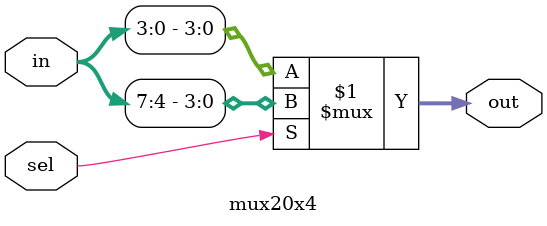
<source format=v>
module mux20x4(out,in,sel);
  output [3:0] out;
  input [7:0] in;
  input sel;
assign out = sel? in[7:4] : in[3:0];
endmodule // mux20x3

// module top();
//   reg [19:0] a;
//   reg [1:0] b;
//   wire [3:0] out;

//   // 2. Instantiate the design and connect to testbench variables
//   mux20x4 m1(out,a,b);
//   // 3. Provide stimulus to test the design
//    initial begin
//       a <= 0;
//       b <= 0;
      
      
//       $monitor ("a=%b b=%b out=%b", a, b, out);

//     // Use a for loop to apply random values to the input
//       // for (i = 0; i < 5; i = i+1) begin
//          #10 a <= 20'b10101101111100000000;
//              b <= 1;    
//       // end
//    end

// endmodule 
</source>
